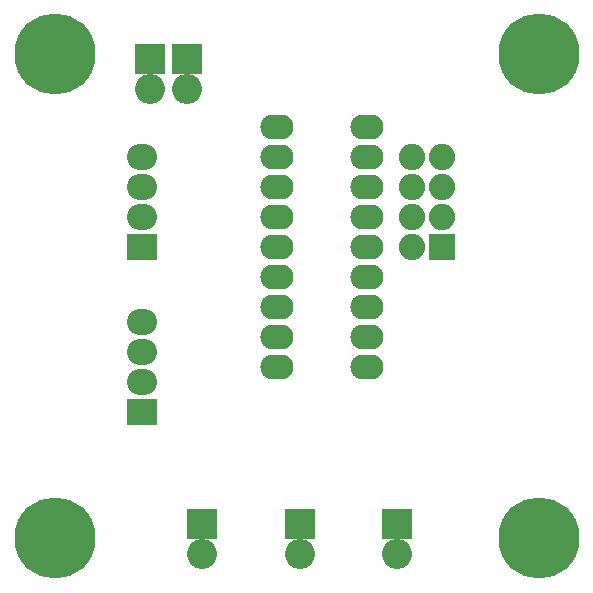
<source format=gbs>
G04 #@! TF.FileFunction,Soldermask,Bot*
%FSLAX46Y46*%
G04 Gerber Fmt 4.6, Leading zero omitted, Abs format (unit mm)*
G04 Created by KiCad (PCBNEW (after 2015-mar-04 BZR unknown)-product) date 10/12/2015 2:58:08 PM*
%MOMM*%
G01*
G04 APERTURE LIST*
%ADD10C,0.150000*%
%ADD11O,2.808000X2.108000*%
%ADD12R,2.540000X2.540000*%
%ADD13O,2.540000X2.540000*%
%ADD14C,6.858000*%
%ADD15R,2.540000X2.235200*%
%ADD16O,2.540000X2.235200*%
%ADD17R,2.235200X2.235200*%
%ADD18O,2.235200X2.235200*%
G04 APERTURE END LIST*
D10*
D11*
X22860000Y-10160000D03*
X22860000Y-12700000D03*
X22860000Y-15240000D03*
X22860000Y-17780000D03*
X22860000Y-20320000D03*
X22860000Y-22860000D03*
X22860000Y-25400000D03*
X22860000Y-27940000D03*
X22860000Y-30480000D03*
X30480000Y-30480000D03*
X30480000Y-27940000D03*
X30480000Y-25400000D03*
X30480000Y-22860000D03*
X30480000Y-20320000D03*
X30480000Y-17780000D03*
X30480000Y-15240000D03*
X30480000Y-12700000D03*
X30480000Y-10160000D03*
D12*
X33020000Y-43815000D03*
D13*
X33020000Y-46355000D03*
D14*
X4000000Y-45000000D03*
X4000000Y-4000000D03*
X45000000Y-45000000D03*
X45000000Y-4000000D03*
D15*
X11430000Y-20320000D03*
D16*
X11430000Y-17780000D03*
X11430000Y-15240000D03*
X11430000Y-12700000D03*
D15*
X11430000Y-34290000D03*
D16*
X11430000Y-31750000D03*
X11430000Y-29210000D03*
X11430000Y-26670000D03*
D12*
X16510000Y-43815000D03*
D13*
X16510000Y-46355000D03*
D12*
X24765000Y-43815000D03*
D13*
X24765000Y-46355000D03*
D12*
X12065000Y-4445000D03*
D13*
X12065000Y-6985000D03*
D12*
X15240000Y-4445000D03*
D13*
X15240000Y-6985000D03*
D17*
X36830000Y-20320000D03*
D18*
X34290000Y-20320000D03*
X36830000Y-17780000D03*
X34290000Y-17780000D03*
X36830000Y-15240000D03*
X34290000Y-15240000D03*
X36830000Y-12700000D03*
X34290000Y-12700000D03*
M02*

</source>
